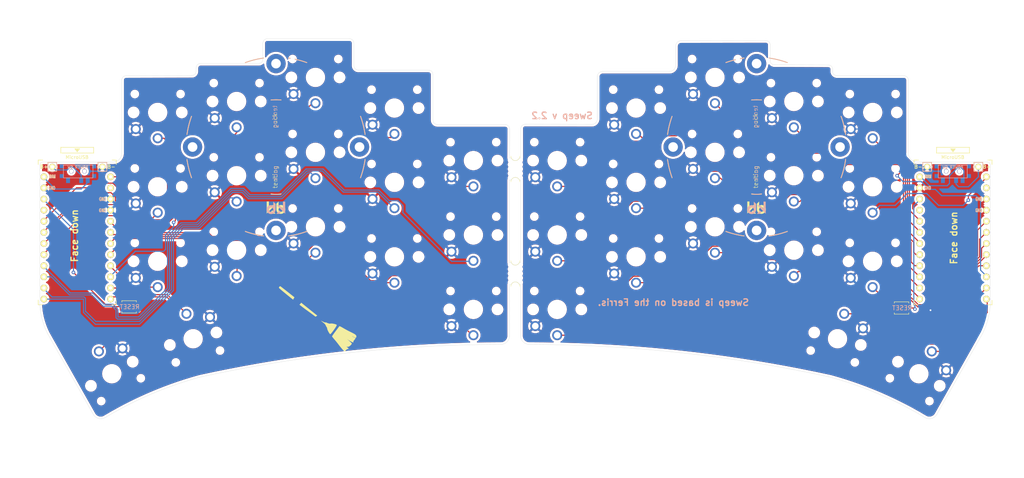
<source format=kicad_pcb>
(kicad_pcb (version 20211014) (generator pcbnew)
  (layers (0 "F.Cu" signal) (31 "B.Cu" signal) (34 "B.Paste" user) (35 "F.Paste" user) (36 "B.SilkS" user "B.Silkscreen") (37 "F.SilkS" user "F.Silkscreen") (38 "B.Mask" user) (39 "F.Mask" user) (44 "Edge.Cuts" user))
  (net 0 "")
  (net 1 "BT+")
  (net 2 "gnd")
  (net 3 "vcc")
  (net 4 "Switch18")
  (net 5 "reset")
  (net 6 "Switch1")
  (net 7 "Switch2")
  (net 8 "Switch3")
  (net 9 "Switch4")
  (net 10 "Switch5")
  (net 11 "Switch6")
  (net 12 "Switch7")
  (net 13 "Switch8")
  (net 14 "Switch9")
  (net 15 "Switch10")
  (net 16 "Switch11")
  (net 17 "Switch12")
  (net 18 "Switch13")
  (net 19 "Switch14")
  (net 20 "Switch15")
  (net 21 "Switch16")
  (net 22 "Switch17")
  (net 23 "Net-(SW_POWER1-Pad1)")
  (net 24 "raw")
  (net 25 "BT+_r")
  (net 26 "Switch18_r")
  (net 27 "reset_r")
  (net 28 "Switch9_r")
  (net 29 "Switch10_r")
  (net 30 "Switch11_r")
  (net 31 "Switch12_r")
  (net 32 "Switch13_r")
  (net 33 "Switch14_r")
  (net 34 "Switch15_r")
  (net 35 "Switch16_r")
  (net 36 "Switch17_r")
  (net 37 "Switch1_r")
  (net 38 "Switch2_r")
  (net 39 "Switch3_r")
  (net 40 "Switch4_r")
  (net 41 "Switch5_r")
  (net 42 "Switch6_r")
  (net 43 "Switch7_r")
  (net 44 "Switch8_r")
  (net 45 "Net-(SW_POWERR1-Pad1)")
  (footprint "kbd:ProMicro_v3_min" (layer "F.Cu") (at 230.178 67.564)
    (fp_text reference "U1" hide)
    (fp_text value "ProMicro-kbd" hide)
  )
  (footprint "* duckyb-collection:choc-v1-with-millmax" (layer "F.Cu") (at 175.856 64.516)
    (fp_text reference "SW16" hide)
    (fp_text value "SW_Push" hide)
  )
  (footprint "* duckyb-collection:choc-v1-with-millmax" (layer "F.Cu") (at 222.386 98.082 150)
    (fp_text reference "SW20" hide)
    (fp_text value "SW_Push" hide)
  )
  (footprint "* duckyb-collection:choc-v1-with-millmax" (layer "F.Cu") (at 157.856 71.374)
    (fp_text reference "SW15" hide)
    (fp_text value "SW_Push" hide)
  )
  (footprint "* duckyb-collection:choc-v1-with-millmax" (layer "F.Cu") (at 203.826 90.082 165)
    (fp_text reference "SW21" hide)
    (fp_text value "SW_Push" hide)
  )
  (footprint "* duckyb-collection:choc-v1-with-millmax" (layer "F.Cu") (at 193.856 69.85)
    (fp_text reference "SW17" hide)
    (fp_text value "SW_Push" hide)
  )
  (footprint "* duckyb-collection:choc-v1-with-millmax" (layer "F.Cu") (at 211.836 72.39)
    (fp_text reference "SW18" hide)
    (fp_text value "SW_Push" hide)
  )
  (footprint "* duckyb-collection:choc-v1-with-millmax" (layer "F.Cu") (at 175.856 30.382)
    (fp_text reference "SW4" hide)
    (fp_text value "SW_Push" hide)
  )
  (footprint "* duckyb-collection:choc-v1-with-millmax" (layer "F.Cu") (at 157.856 37.382)
    (fp_text reference "SW3" hide)
    (fp_text value "SW_Push" hide)
  )
  (footprint "* duckyb-collection:choc-v1-with-millmax" (layer "F.Cu") (at 157.856 54.356)
    (fp_text reference "SW9" hide)
    (fp_text value "SW_Push" hide)
  )
  (footprint "* duckyb-collection:choc-v1-with-millmax" (layer "F.Cu") (at 139.856 83.382)
    (fp_text reference "SW14" hide)
    (fp_text value "SW_Push" hide)
  )
  (footprint "* duckyb-collection:choc-v1-with-millmax" (layer "F.Cu") (at 211.836 55.372)
    (fp_text reference "SW12" hide)
    (fp_text value "SW_Push" hide)
  )
  (footprint "* duckyb-collection:choc-v1-with-millmax" (layer "F.Cu") (at 193.856 52.832)
    (fp_text reference "SW11" hide)
    (fp_text value "SW_Push" hide)
  )
  (footprint "* duckyb-collection:choc-v1-with-millmax" (layer "F.Cu") (at 139.856 66.382)
    (fp_text reference "SW8" hide)
    (fp_text value "SW_Push" hide)
  )
  (footprint "* duckyb-collection:choc-v1-with-millmax" (layer "F.Cu") (at 211.856 38.382)
    (fp_text reference "SW6" hide)
    (fp_text value "SW_Push" hide)
  )
  (footprint "* duckyb-collection:choc-v1-with-millmax" (layer "F.Cu") (at 193.856 35.882)
    (fp_text reference "SW5" hide)
    (fp_text value "SW_Push" hide)
  )
  (footprint "* duckyb-collection:choc-v1-with-millmax" (layer "F.Cu") (at 139.856 49.382)
    (fp_text reference "SW2" hide)
    (fp_text value "SW_Push" hide)
  )
  (footprint "Duckyb-Parts:mouse-bite-5mm-slot-with-space-for-track" (layer "F.Cu") (at 130.302 51.308)
    (fp_text reference "mouse-bite-2mm-slot" hide)
    (fp_text value "VAL**" hide)
  )
  (footprint "Duckyb-Parts:mouse-bite-5mm-slot-with-space-for-track" (layer "F.Cu") (at 130.302 75.184)
    (fp_text reference "mouse-bite-2mm-slot" hide)
    (fp_text value "VAL**" hide)
  )
  (footprint "kbd:SW_SPST_B3U-1000P" (layer "F.Cu") (at 218.44 83.058)
    (fp_text reference "RSW1" hide)
    (fp_text value "SW_Push")
  )
  (footprint "* duckyb-collection:choc-v1-with-millmax" (layer "F.Cu") (at 175.856 47.498)
    (fp_text reference "SW10" hide)
    (fp_text value "SW_Push" hide)
  )
  (footprint "kbd:Tenting_Puck2" (layer "F.Cu") (at 185.356 46.282)
    (fp_text reference "REF**")
    (fp_text value "Tenting Puck")
  )
  (footprint "kbd:1pin_conn" (layer "F.Cu") (at 235.966 50.8)
    (fp_text reference "B+")
    (fp_text value "MountingHole_Pad" hide)
  )
  (footprint "kbd:1pin_conn" (layer "F.Cu") (at 224.282 50.8)
    (fp_text reference "B-")
    (fp_text value "MountingHole_Pad" hide)
  )
  (footprint "kbd:ProMicro_v3_min" (layer "F.Cu") (at 30.326 67.564)
    (fp_text reference "U2" hide)
    (fp_text value "ProMicro-kbd" hide)
  )
  (footprint "* duckyb-collection:choc-v1-with-millmax" (layer "F.Cu") (at 48.686 72.39)
    (fp_text reference "SW17_r1" hide)
    (fp_text value "SW_Push" hide)
  )
  (footprint "* duckyb-collection:choc-v1-with-millmax" (layer "F.Cu") (at 66.7 52.832)
    (fp_text reference "SW11_r1" hide)
    (fp_text value "SW_Push" hide)
  )
  (footprint "* duckyb-collection:choc-v1-with-millmax" (layer "F.Cu") (at 84.688 64.516)
    (fp_text reference "SW15_r1" hide)
    (fp_text value "SW_Push" hide)
  )
  (footprint "* duckyb-collection:choc-v1-with-millmax" (layer "F.Cu") (at 102.714 71.374)
    (fp_text reference "SW18_r1" hide)
    (fp_text value "SW_Push" hide)
  )
  (footprint "* duckyb-collection:choc-v1-with-millmax" (layer "F.Cu") (at 48.686 38.382)
    (fp_text reference "SW6_r1" hide)
    (fp_text value "SW_Push" hide)
  )
  (footprint "* duckyb-collection:choc-v1-with-millmax" (layer "F.Cu") (at 66.7 35.882)
    (fp_text reference "SW5_r1" hide)
    (fp_text value "SW_Push" hide)
  )
  (footprint "* duckyb-collection:choc-v1-with-millmax" (layer "F.Cu") (at 120.732 49.382)
    (fp_text reference "SW2_r1" hide)
    (fp_text value "SW_Push" hide)
  )
  (footprint "* duckyb-collection:choc-v1-with-millmax" (layer "F.Cu") (at 66.7 69.85)
    (fp_text reference "SW16_r1" hide)
    (fp_text value "SW_Push" hide)
  )
  (footprint "* duckyb-collection:choc-v1-with-millmax" (layer "F.Cu") (at 84.688 30.382)
    (fp_text reference "SW4_r1" hide)
    (fp_text value "SW_Push" hide)
  )
  (footprint "* duckyb-collection:choc-v1-with-millmax" (layer "F.Cu") (at 120.732 83.382)
    (fp_text reference "SW13_r1" hide)
    (fp_text value "SW_Push" hide)
  )
  (footprint "* duckyb-collection:choc-v1-with-millmax" (layer "F.Cu") (at 48.686 55.372)
    (fp_text reference "SW12_r1" hide)
    (fp_text value "SW_Push" hide)
  )
  (footprint "* duckyb-collection:choc-v1-with-millmax" (layer "F.Cu") (at 102.714 37.382)
    (fp_text reference "SW3_r1" hide)
    (fp_text value "SW_Push" hide)
  )
  (footprint "* duckyb-collection:choc-v1-with-millmax" (layer "F.Cu") (at 102.714 54.356)
    (fp_text reference "SW8_r1" hide)
    (fp_text value "SW_Push" hide)
  )
  (footprint "* duckyb-collection:choc-v1-with-millmax" (layer "F.Cu") (at 56.778 90.082 -165)
    (fp_text reference "SW21_r1" hide)
    (fp_text value "SW_Push" hide)
  )
  (footprint "Kailh:ferris_broom" (layer "F.Cu") (at 84.074 85.344 7)
    (fp_text reference "G***" hide)
    (fp_text value "LOGO" hide)
  )
  (footprint "* duckyb-collection:choc-v1-with-millmax" (layer "F.Cu") (at 84.688 47.498)
    (fp_text reference "SW9_r1" hide)
    (fp_text value "SW_Push" hide)
  )
  (footprint "* duckyb-collection:choc-v1-with-millmax" (layer "F.Cu") (at 38.218 98.082 -150)
    (fp_text reference "SW20_r1" hide)
    (fp_text value "SW_Push" hide)
  )
  (footprint "* duckyb-collection:choc-v1-with-millmax" (layer "F.Cu") (at 120.732 66.382)
    (fp_text reference "SW7_r1" hide)
    (fp_text value "SW_Push" hide)
  )
  (footprint "kbd:Tenting_Puck2" (layer "F.Cu") (at 75.692 46.282)
    (fp_text reference "REF**")
    (fp_text value "Tenting Puck")
  )
  (footprint "kbd:1pin_conn" (layer "F.Cu") (at 36.068 50.8)
    (fp_text reference "B-")
    (fp_text value "MountingHole_Pad" hide)
  )
  (footprint "kbd:1pin_conn" (layer "F.Cu") (at 24.638 50.8)
    (fp_text reference "B+")
    (fp_text value "MountingHole_Pad" hide)
  )
  (footprint "kbd:SW_SPST_B3U-1000P" (layer "F.Cu") (at 42.164 82.804)
    (fp_text reference "RSW2" hide)
    (fp_text value "SW_Push")
  )
  (footprint "Kailh:SPDT_C128955" (layer "B.Cu") (at 230.124 51.816 180)
    (fp_text reference "POWER SW")
    (fp_text value "SW_SPDT")
  )
  (footprint "Kailh:SPDT_C128955" (layer "B.Cu") (at 30.48 51.816 180)
    (fp_text reference "POWER SW")
    (fp_text value "SW_SPDT")
  )
  (gr_rect (start 27.178 50.419) (end 33.909 53.34) (layer "B.SilkS") (width 0.12) (fill none))
  (gr_rect (start 226.822 50.419) (end 233.426 53.34) (layer "B.SilkS") (width 0.12) (fill none))
  (gr_line (start 131.5085 77.724) (end 131.506254 89.547024) (layer "Edge.Cuts") (width 0.05))
  (gr_line (start 219.998001 47.763999) (end 220 31) (layer "Edge.Cuts") (width 0.05))
  (gr_arc (start 226.446 107.451265) (mid 225.204995 108.32098) (end 223.714 108.05) (layer "Edge.Cuts") (width 0.05))
  (gr_arc (start 222.033002 49.694917) (mid 220.620534 49.145716) (end 219.998001 47.763999) (layer "Edge.Cuts") (width 0.05))
  (gr_arc (start 237.938 49.692) (mid 238.46833 49.91167) (end 238.688 50.442) (layer "Edge.Cuts") (width 0.05))
  (gr_arc (start 133.544 91.383119) (mid 132.156573 90.874102) (end 131.506254 89.547024) (layer "Edge.Cuts") (width 0.05))
  (gr_arc (start 202.185134 98.863946) (mid 213.262488 102.723597) (end 223.714 108.05) (layer "Edge.Cuts") (width 0.05))
  (gr_line (start 222.033002 49.694917) (end 237.938 49.692) (layer "Edge.Cuts") (width 0.05))
  (gr_arc (start 133.544 91.383119) (mid 168.064442 93.289554) (end 202.185134 98.863946) (layer "Edge.Cuts") (width 0.05))
  (gr_line (start 238.688 58.42) (end 238.688 66.548) (layer "Edge.Cuts") (width 0.05))
  (gr_line (start 236.953304 88.85815) (end 226.446 107.451265) (layer "Edge.Cuts") (width 0.05))
  (gr_arc (start 238.7 81.534) (mid 238.242913 85.295347) (end 236.953304 88.85815) (layer "Edge.Cuts") (width 0.05))
  (gr_line (start 238.688 50.442) (end 238.688 58.42) (layer "Edge.Cuts") (width 0.05))
  (gr_line (start 131.57265 42.013084) (end 131.572 48.768) (layer "Edge.Cuts") (width 0.05))
  (gr_line (start 129.3495 48.768) (end 128.96 48.768) (layer "Edge.Cuts") (width 0.05))
  (gr_line (start 238.688 66.548) (end 238.688 75.438) (layer "Edge.Cuts") (width 0.05))
  (gr_line (start 238.688 75.438) (end 238.7 81.534) (layer "Edge.Cuts") (width 0.05))
  (gr_line (start 129.3495 72.644) (end 128.96 72.644) (layer "Edge.Cuts") (width 0.05))
  (gr_line (start 129.3495 53.848) (end 128.96 53.848) (layer "Edge.Cuts") (width 0.05))
  (gr_line (start 129.3495 77.724) (end 128.96 77.724) (layer "Edge.Cuts") (width 0.05))
  (gr_line (start 131.572 53.848) (end 131.572 72.644) (layer "Edge.Cuts") (width 0.05))
  (gr_line (start 21.792 50.442) (end 21.792 58.42) (layer "Edge.Cuts") (width 0.05))
  (gr_line (start 128.96 77.724) (end 128.975507 89.545022) (layer "Edge.Cuts") (width 0.05))
  (gr_arc (start 128.975507 89.545022) (mid 128.324689 90.873432) (end 126.936 91.383119) (layer "Edge.Cuts") (width 0.05))
  (gr_line (start 40.481999 47.763999) (end 40.481955 31) (layer "Edge.Cuts") (width 0.05))
  (gr_line (start 21.792 66.548) (end 21.792 73.914) (layer "Edge.Cuts") (width 0.05))
  (gr_line (start 23.526696 88.85815) (end 34.034 107.451265) (layer "Edge.Cuts") (width 0.05))
  (gr_arc (start 40.481999 47.763999) (mid 39.859467 49.145716) (end 38.446998 49.694917) (layer "Edge.Cuts") (width 0.05))
  (gr_arc (start 58.294866 98.863946) (mid 92.415558 93.289555) (end 126.936 91.383119) (layer "Edge.Cuts") (width 0.05))
  (gr_arc (start 23.526696 88.85815) (mid 22.237087 85.295347) (end 21.78 81.534) (layer "Edge.Cuts") (width 0.05))
  (gr_arc (start 21.792 50.442) (mid 22.01167 49.91167) (end 22.542 49.692) (layer "Edge.Cuts") (width 0.05))
  (gr_line (start 38.446998 49.694917) (end 22.542 49.692) (layer "Edge.Cuts") (width 0.05))
  (gr_line (start 21.792 58.42) (end 21.792 66.548) (layer "Edge.Cuts") (width 0.05))
  (gr_arc (start 36.766 108.05) (mid 35.275005 108.32098) (end 34.034 107.451265) (layer "Edge.Cuts") (width 0.05))
  (gr_arc (start 36.766 108.05) (mid 47.217512 102.723597) (end 58.294866 98.863946) (layer "Edge.Cuts") (width 0.05))
  (gr_line (start 21.792 73.914) (end 21.78 81.534) (layer "Edge.Cuts") (width 0.05))
  (gr_line (start 128.96 53.848) (end 128.96 72.644) (layer "Edge.Cuts") (width 0.05))
  (gr_line (start 129.00875 42.164054) (end 128.96 48.768) (layer "Edge.Cuts") (width 0.05))
  (gr_line (start 111.506 40.132) (end 111.506 29.718) (layer "Edge.Cuts") (width 0.05))
  (gr_arc (start 201.75 27.542893) (mid 202.426777 27.823223) (end 202.707107 28.5) (layer "Edge.Cuts") (width 0.05))
  (gr_arc (start 40.481955 31) (mid 40.780133 30.280133) (end 41.5 29.981955) (layer "Edge.Cuts") (width 0.05))
  (gr_arc (start 92.456 21.54642) (mid 93.17442 21.844) (end 93.472 22.56242) (layer "Edge.Cuts") (width 0.05))
  (gr_line (start 201.75 27.542893) (end 189.457107 27.5) (layer "Edge.Cuts") (width 0.05))
  (gr_arc (start 72.69242 22.56242) (mid 72.99 21.844) (end 73.70842 21.54642) (layer "Edge.Cuts") (width 0.05))
  (gr_arc (start 149 39.866117) (mid 148.633883 40.75) (end 147.75 41.116117) (layer "Edge.Cuts") (width 0.05))
  (gr_line (start 188.457107 26.5) (end 188.453336 22.92411) (layer "Edge.Cuts") (width 0.05))
  (gr_arc (start 149 30.25) (mid 149.366117 29.366117) (end 150.25 29) (layer "Edge.Cuts") (width 0.05))
  (gr_arc (start 131.57265 42.013084) (mid 131.840282 41.361356) (end 132.488701 41.085803) (layer "Edge.Cuts") (width 0.05))
  (gr_line (start 219 30) (end 203.707107 30) (layer "Edge.Cuts") (width 0.05))
  (gr_line (start 131.572 48.768) (end 131.2545 48.768) (layer "Edge.Cuts") (width 0.05))
  (gr_arc (start 57.440242 28.247822) (mid 57.75 27.5) (end 58.497822 27.190242) (layer "Edge.Cuts") (width 0.05))
  (gr_arc (start 112.522 41.148) (mid 111.80358 40.85042) (end 111.506 40.132) (layer "Edge.Cuts") (width 0.05))
  (gr_arc (start 187.5 21.970774) (mid 188.17411 22.25) (end 188.453336 22.92411) (layer "Edge.Cuts") (width 0.05))
  (gr_line (start 92.456 21.54642) (end 73.70842 21.54642) (layer "Edge.Cuts") (width 0.05))
  (gr_line (start 110.49 28.702) (end 94.488 28.702) (layer "Edge.Cuts") (width 0.05))
  (gr_arc (start 131.254499 72.644) (mid 130.302 73.288873) (end 129.349501 72.643999) (layer "Edge.Cuts") (width 0.05))
  (gr_line (start 131.572 53.848) (end 131.2545 53.848) (layer "Edge.Cuts") (width 0.05))
  (gr_line (start 165.5 29) (end 150.25 29) (layer "Edge.Cuts") (width 0.05))
  (gr_arc (start 219 30) (mid 219.707107 30.292893) (end 220 31) (layer "Edge.Cuts") (width 0.05))
  (gr_arc (start 129.349501 77.724) (mid 130.302 77.079127) (end 131.254499 77.724001) (layer "Edge.Cuts") (width 0.05))
  (gr_line (start 56.5 29.940242) (end 41.5 29.981955) (layer "Edge.Cuts") (width 0.05))
  (gr_line (start 57.440242 28.247822) (end 57.440242 29) (layer "Edge.Cuts") (width 0.05))
  (gr_arc (start 189.457107 27.5) (mid 188.75 27.207107) (end 188.457107 26.5) (layer "Edge.Cuts") (width 0.05))
  (gr_line (start 166.883883 23.25) (end 166.882164 27.617836) (layer "Edge.Cuts") (width 0.05))
  (gr_arc (start 94.488 28.702) (mid 93.76958 28.40442) (end 93.472 27.686) (layer "Edge.Cuts") (width 0.05))
  (gr_line (start 202.707107 29) (end 202.707107 28.5) (layer "Edge.Cuts") (width 0.05))
  (gr_line (start 147.75 41.116117) (end 132.488701 41.085803) (layer "Edge.Cuts") (width 0.05))
  (gr_line (start 93.472 27.686) (end 93.472 22.56242) (layer "Edge.Cuts") (width 0.05))
  (gr_line (start 149 30.25) (end 149 39.866117) (layer "Edge.Cuts") (width 0.05))
  (gr_arc (start 110.49 28.702) (mid 111.20842 28.99958) (end 111.506 29.718) (layer "Edge.Cuts") (width 0.05))
  (gr_line (start 128.016 41.148) (end 112.522 41.148) (layer "Edge.Cuts") (width 0.05))
  (gr_arc (start 203.707107 30) (mid 203 29.707107) (end 202.707107 29) (layer "Edge.Cuts") (width 0.05))
  (gr_arc (start 72.69242 26.25) (mid 72.416392 26.916392) (end 71.75 27.19242) (layer "Edge.Cuts") (width 0.05))
  (gr_line (start 72.69242 22.56242) (end 72.69242 26.25) (layer "Edge.Cuts") (width 0.05))
  (gr_arc (start 166.883883 23.25) (mid 167.25 22.366117) (end 168.133883 22) (layer "Edge.Cuts") (width 0.05))
  (gr_arc (start 166.882164 27.617836) (mid 166.477338 28.595174) (end 165.5 29) (layer "Edge.Cuts") (width 0.05))
  (gr_line (start 131.572 72.644) (end 131.2545 72.644) (layer "Edge.Cuts") (width 0.05))
  (gr_arc (start 57.440242 29) (mid 57.164851 29.664851) (end 56.5 29.940242) (layer "Edge.Cuts") (width 0.05))
  (gr_arc (start 131.254499 48.768) (mid 130.302 49.412873) (end 129.349501 48.767999) (layer "Edge.Cuts") (width 0.05))
  (gr_line (start 131.5085 77.724) (end 131.2545 77.724) (layer "Edge.Cuts") (width 0.05))
  (gr_arc (start 129.349501 53.848) (mid 130.302 53.203127) (end 131.254499 53.848001) (layer "Edge.Cuts") (width 0.05))
  (gr_line (start 187.5 21.970774) (end 168.133883 22) (layer "Edge.Cuts") (width 0.05))
  (gr_arc (start 128.016 41.148001) (mid 128.716307 41.456772) (end 129.00875 42.164054) (layer "Edge.Cuts") (width 0.05))
  (gr_line (start 71.75 27.19242) (end 58.497822 27.190242) (layer "Edge.Cuts") (width 0.05))
  (gr_text "Sweep v 2.2" (at 140.97 39.116) (layer "B.SilkS") (effects (font (size 1.5 1.5) (thickness 0.3)) (justify mirror)))
  (gr_text "Sweep is based on the Ferris." (at 166.37 81.788) (layer "B.SilkS") (effects (font (size 1.5 1.5) (thickness 0.3)) (justify mirror)))
  (gr_text "Face down" (at 230.378 67.056 90) (layer "F.SilkS") (effects (font (size 1.5 1.5) (thickness 0.3))))
  (gr_text "Face down" (at 29.718 66.548 90) (layer "F.SilkS") (effects (font (size 1.5 1.5) (thickness 0.3))))
  (segment (start 25.360999 51.522999) (end 28.051999 51.522999) (width 0.25) (layer "B.Cu") (net 1))
  (segment (start 24.638 50.8) (end 25.360999 51.522999) (width 0.25) (layer "B.Cu") (net 1))
  (segment (start 29.046501 50.890501) (end 29.373499 50.890501) (width 0.25) (layer "B.Cu") (net 1))
  (segment (start 28.738499 50.836499) (end 28.992499 50.836499) (width 0.25) (layer "B.Cu") (net 1))
  (segment (start 31.23 52.747002) (end 31.23 53.891) (width 0.25) (layer "B.Cu") (net 1))
  (segment (start 28.051999 51.522999) (end 28.738499 50.836499) (width 0.25) (layer "B.Cu") (net 1))
  (segment (start 29.373499 50.890501) (end 31.23 52.747002) (width 0.25) (layer "B.Cu") (net 1))
  (segment (start 28.992499 50.836499) (end 29.046501 50.890501) (width 0.25) (layer "B.Cu") (net 1))
  (segment (start 224.8576 85.65317) (end 225.174 85.33677) (width 0.25) (layer "F.Cu") (net 2))
  (segment (start 225.174 85.33677) (end 225.174 83.552) (width 0.25) (layer "F.Cu") (net 2))
  (segment (start 216.74 83.058) (end 216.74 84.758) (width 0.25) (layer "F.Cu") (net 2))
  (segment (start 216.74 85.54477) (end 216.8484 85.65317) (width 0.25) (layer "F.Cu") (net 2))
  (segment (start 216.8484 85.65317) (end 224.8576 85.65317) (width 0.25) (layer "F.Cu") (net 2))
  (segment (start 216.74 84.758) (end 216.74 85.54477) (width 0.25) (layer "F.Cu") (net 2))
  (segment (start 40.40601 82.74601) (end 40.464 82.804) (width 0.25) (layer "F.Cu") (net 2))
  (segment (start 34.076 83.552) (end 37.80201 83.552) (width 0.25) (layer "F.Cu") (net 2))
  (segment (start 37.80201 83.552) (end 38.608 82.74601) (width 0.25) (layer "F.Cu") (net 2))
  (segment (start 38.608 82.74601) (end 40.40601 82.74601) (width 0.25) (layer "F.Cu") (net 2))
  (via (at 225.044 83.566) (size 0.8) (drill 0.4) (layers "F.Cu" "B.Cu") (net 2))
  (segment (start 213.159159 42.182) (end 206.856 42.182) (width 0.25) (layer "B.Cu") (net 2))
  (segment (start 221.777159 50.8) (end 213.159159 42.182) (width 0.25) (layer "B.Cu") (net 2))
  (segment (start 224.282 50.8) (end 221.777159 50.8) (width 0.25) (layer "B.Cu") (net 2))
  (segment (start 220.14 83.058) (end 221.234 83.058) (width 0.25) (layer "F.Cu") (net 5))
  (segment (start 221.234 83.058) (end 221.488 83.312) (width 0.25) (layer "F.Cu") (net 5))
  (via (at 221.488 83.312) (size 0.8) (drill 0.4) (layers "F.Cu" "B.Cu") (net 5))
  (segment (start 221.488 82.55) (end 221.234 82.296) (width 0.25) (layer "B.Cu") (net 5))
  (segment (start 221.488 83.312) (end 221.488 82.55) (width 0.25) (layer "B.Cu") (net 5))
  (segment (start 221.234 59.7014) (end 221.234 82.296) (width 0.25) (layer "B.Cu") (net 5))
  (segment (start 222.7694 58.166) (end 221.234 59.7014) (width 0.25) (layer "B.Cu") (net 5))
  (segment (start 217.678 50.292) (end 218.41796 51.03196) (width 0.25) (layer "F.Cu") (net 6))
  (segment (start 155.956 44.958) (end 162.814 44.958) (width 0.25) (layer "F.Cu") (net 6))
  (segment (start 205.994 50.292) (end 217.678 50.292) (width 0.25) (layer "F.Cu") (net 6))
  (segment (start 218.41796 51.03196) (end 218.41796 51.83804) (width 0.25) (layer "F.Cu") (net 6))
  (segment (start 199.84001 47.69401) (end 202.946 50.8) (width 0.25) (layer "F.Cu") (net 6))
  (segment (start 167.057719 43.732009) (end 169.641728 41.148) (width 0.25) (layer "F.Cu") (net 6))
  (segment (start 164.03999 43.73201) (end 167.057719 43.732009) (width 0.25) (layer "F.Cu") (net 6))
  (segment (start 162.814 44.958) (end 164.03999 43.73201) (width 0.25) (layer "F.Cu") (net 6))
  (segment (start 183.38518 41.148) (end 188.6032 46.36602) (width 0.25) (layer "F.Cu") (net 6))
  (segment (start 202.946 50.8) (end 205.486 50.8) (width 0.25) (layer "F.Cu") (net 6))
  (segment (start 196.53079 46.36602) (end 197.85878 47.69401) (width 0.25) (layer "F.Cu") (net 6))
  (segment (start 197.85878 47.69401) (end 199.84001 47.69401) (width 0.25) (layer "F.Cu") (net 6))
  (segment (start 188.6032 46.36602) (end 196.53079 46.36602) (width 0.25) (layer "F.Cu") (net 6))
  (segment (start 218.41796 51.83804) (end 217.424 52.832) (width 0.25) (layer "F.Cu") (net 6))
  (segment (start 205.486 50.8) (end 205.994 50.292) (width 0.25) (layer "F.Cu") (net 6))
  (segment (start 169.641728 41.148) (end 183.38518 41.148) (width 0.25) (layer "F.Cu") (net 6))
  (segment (start 139.856 55.282) (end 145.632 55.282) (width 0.25) (layer "F.Cu") (net 6))
  (segment (start 145.632 55.282) (end 155.956 44.958) (width 0.25) (layer "F.Cu") (net 6))
  (via (at 217.424 52.832) (size 0.8) (drill 0.4) (layers "F.Cu" "B.Cu") (net 6))
  (segment (start 237.9894 75.946) (end 236.4697 74.4263) (width 0.25) (layer "B.Cu") (net 6))
  (segment (start 236.4697 58.4243) (end 235.4451 57.3997) (width 0.25) (layer "B.Cu") (net 6))
  (segment (start 236.4697 74.4263) (end 236.4697 58.4243) (width 0.25) (layer "B.Cu") (net 6))
  (segment (start 224.711081 55.958919) (end 222.925163 54.173001) (width 0.25) (layer "B.Cu") (net 6))
  (segment (start 218.765001 54.173001) (end 217.424 52.832) (width 0.25) (layer "B.Cu") (net 6))
  (segment (start 235.4451 57.3997) (end 227.5797 57.3997) (width 0.25) (layer "B.Cu") (net 6))
  (segment (start 227.5797 57.3997) (end 226.138919 55.958919) (width 0.25) (layer "B.Cu") (net 6))
  (segment (start 226.138919 55.958919) (end 224.711081 55.958919) (width 0.25) (layer "B.Cu") (net 6))
  (segment (start 222.925163 54.173001) (end 218.765001 54.173001) (width 0.25) (layer "B.Cu") (net 6))
  (segment (start 203.07441 50.292) (end 205.35759 50.292) (width 0.25) (layer "F.Cu") (net 7))
  (segment (start 205.933189 49.716401) (end 218.243991 49.716401) (width 0.25) (layer "F.Cu") (net 7))
  (segment (start 218.86797 50.34038) (end 218.86797 65.70597) (width 0.25) (layer "F.Cu") (net 7))
  (segment (start 200.026411 47.244001) (end 203.07441 50.292) (width 0.25) (layer "F.Cu") (net 7))
  (segment (start 159.234991 44.172991) (end 162.962599 44.172991) (width 0.25) (layer "F.Cu") (net 7))
  (segment (start 163.853591 43.282001) (end 166.871317 43.282001) (width 0.25) (layer "F.Cu") (net 7))
  (segment (start 157.856 43.282) (end 158.344 43.282) (width 0.25) (layer "F.Cu") (net 7))
  (segment (start 169.513318 40.64) (end 183.51359 40.64) (width 0.25) (layer "F.Cu") (net 7))
  (segment (start 205.35759 50.292) (end 205.933189 49.716401) (width 0.25) (layer "F.Cu") (net 7))
  (segment (start 166.871317 43.282001) (end 169.513318 40.64) (width 0.25) (layer "F.Cu") (net 7))
  (segment (start 162.962599 44.172991) (end 163.853591 43.282001) (width 0.25) (layer "F.Cu") (net 7))
  (segment (start 158.344 43.282) (end 159.234991 44.172991) (width 0.25) (layer "F.Cu") (net 7))
  (segment (start 218.243991 49.716401) (end 218.86797 50.34038) (width 0.25) (layer "F.Cu") (net 7))
  (segment (start 221.234 70.358) (end 221.742 70.866) (width 0.25) (layer "F.Cu") (net 7))
  (segment (start 218.86797 65.70597) (end 221.234 68.072) (width 0.25) (layer "F.Cu") (net 7))
  (segment (start 221.234 68.072) (end 221.234 70.358) (width 0.25) (layer "F.Cu") (net 7))
  (segment (start 221.742 70.866) (end 222.5694 70.866) (width 0.25) (layer "F.Cu") (net 7))
  (segment (start 198.55318 47.244) (end 200.026411 47.244001) (width 0.25) (layer "F.Cu") (net 7))
  (segment (start 198.46359 47.15441) (end 198.55318 47.244) (width 0.25) (layer "F.Cu") (net 7))
  (segment (start 196.71719 45.91601) (end 197.95559 47.15441) (width 0.25) (layer "F.Cu") (net 7))
  (segment (start 183.51359 40.64) (end 188.7896 45.91601) (width 0.25) (layer "F.Cu") (net 7))
  (segment (start 188.7896 45.91601) (end 196.71719 45.91601) (width 0.25) (layer "F.Cu") (net 7))
  (segment (start 197.95559 47.15441) (end 198.46359 47.15441) (width 0.25) (layer "F.Cu") (net 7))
  (segment (start 219.31798 64.87458) (end 222.7694 68.326) (width 0.25) (layer "F.Cu") (net 8))
  (segment (start 188.976 45.466) (end 196.90359 45.466) (width 0.25) (layer "F.Cu") (net 8))
  (segment (start 179.76399 40.18999) (end 183.69999 40.18999) (width 0.25) (layer "F.Cu") (net 8))
  (segment (start 198.1156 46.67801) (end 200.20999 46.67801) (width 0.25) (layer "F.Cu") (net 8))
  (segment (start 218.430392 49.266392) (end 219.31798 50.15398) (width 0.25) (layer "F.Cu") (net 8))
  (segment (start 183.69999 40.18999) (end 188.976 45.466) (width 0.25) (layer "F.Cu") (net 8))
  (segment (start 205.17119 49.84199) (end 205.746788 49.266392) (width 0.25) (layer "F.Cu") (net 8))
  (segment (start 219.31798 50.15398) (end 219.31798 64.87458) (width 0.25) (layer "F.Cu") (net 8))
  (segment (start 196.90359 45.466) (end 198.1156 46.67801) (width 0.25) (layer "F.Cu") (net 8))
  (segment (start 175.856 36.282) (end 179.76399 40.18999) (width 0.25) (layer "F.Cu") (net 8))
  (segment (start 205.746788 49.266392) (end 218.430392 49.266392) (width 0.25) (layer "F.Cu") (net 8))
  (segment (start 203.26081 49.84199) (end 205.17119 49.84199) (width 0.25) (layer "F.Cu") (net 8))
  (segment (start 200.20999 46.67801) (end 200.20999 46.79117) (width 0.25) (layer "F.Cu") (net 8))
  (segment (start 200.20999 46.79117) (end 203.26081 49.84199) (width 0.25) (layer "F.Cu") (net 8))
  (segment (start 193.856 41.782) (end 198.302 46.228) (width 0.25) (layer "F.Cu") (net 9))
  (segment (start 219.76799 49.84199) (end 219.76799 62.78459) (width 0.25) (layer "F.Cu") (net 9))
  (segment (start 203.44721 49.39198) (end 204.98479 49.39198) (width 0.25) (layer "F.Cu") (net 9))
  (segment (start 205.560388 48.816382) (end 218.742382 48.816382) (width 0.25) (layer "F.Cu") (net 9))
  (segment (start 218.742382 48.816382) (end 219.76799 49.84199) (width 0.25) (layer "F.Cu") (net 9))
  (segment (start 200.66 46.49161) (end 200.66 46.60477) (width 0.25) (layer "F.Cu") (net 9))
  (segment (start 200.396391 46.228001) (end 200.66 46.49161) (width 0.25) (layer "F.Cu") (net 9))
  (segment (start 204.98479 49.39198) (end 205.560388 48.816382) (width 0.25) (layer "F.Cu") (net 9))
  (segment (start 219.76799 62.78459) (end 222.7694 65.786) (width 0.25) (layer "F.Cu") (net 9))
  (segment (start 198.302 46.228) (end 200.396391 46.228001) (width 0.25) (layer "F.Cu") (net 9))
  (segment (start 200.66 46.60477) (end 203.44721 49.39198) (width 0.25) (layer "F.Cu") (net 9))
  (segment (start 220.218 49.276) (end 220.218 60.6946) (width 0.25) (layer "F.Cu") (net 10))
  (segment (start 211.856 44.282) (end 215.940372 48.366372) (width 0.25) (layer "F.Cu") (net 10))
  (segment (start 215.940372 48.366372) (end 219.308372 48.366372) (width 0.25) (layer "F.Cu") (net 10))
  (segment (start 220.218 60.6946) (end 222.7694 63.246) (width 0.25) (layer "F.Cu") (net 10))
  (segment (start 219.308372 48.366372) (end 220.218 49.276) (width 0.25) (layer "F.Cu") (net 10))
  (segment (start 189.93401 58.98599) (end 192.659 56.261) (width 0.25) (layer "F.Cu") (net 11))
  (segment (start 220.61002 68.08443) (end 220.61002 72.52802) (width 0.25) (layer "F.Cu") (net 11))
  (segment (start 206.363981 65.139981) (end 217.665571 65.139981) (width 0.25) (layer "F.Cu") (net 11))
  (segment (start 157.226 58.674) (end 159.004 58.674) (width 0.25) (layer "F.Cu") (net 11))
  (segment (start 197.485 56.261) (end 206.363981 65.139981) (width 0.25) (layer "F.Cu") (net 11))
  (segment (start 166.12701 59.80599) (end 174.625 51.308) (width 0.25) (layer "F.Cu") (net 11))
  (segment (start 180.097546 54.621546) (end 180.097546 56.399546) (width 0.25) (layer "F.Cu") (net 11))
  (segment (start 159.004 58.674) (end 160.13599 59.80599) (width 0.25) (layer "F.Cu") (net 11))
  (segment (start 160.13599 59.80599) (end 166.12701 59.80599) (width 0.25) (layer "F.Cu") (net 11))
  (segment (start 176.784 51.308) (end 180.097546 54.621546) (width 0.25) (layer "F.Cu") (net 11))
  (segment (start 174.625 51.308) (end 176.784 51.308) (width 0.25) (layer "F.Cu") (net 11))
  (segment (start 180.097546 56.399546) (end 182.68399 58.98599) (width 0.25) (layer "F.Cu") (net 11))
  (segment (start 143.618 72.282) (end 157.226 58.674) (width 0.25) (layer "F.Cu") (net 11))
  (segment (start 217.665571 65.139981) (end 220.61002 68.08443) (width 0.25) (layer "F.Cu") (net 11))
  (segment (start 192.659 56.261) (end 197.485 56.261) (width 0.25) (layer "F.Cu") (net 11))
  (segment (start 220.61002 72.52802) (end 221.488 73.406) (width 0.25) (layer "F.Cu") (net 11))
  (segment (start 221.488 73.406) (end 222.5694 73.406) (width 0.25) (layer "F.Cu") (net 11))
  (segment (start 139.856 72.282) (end 143.618 72.282) (width 0.25) (layer "F.Cu") (net 11))
  (segment (start 182.68399 58.98599) (end 189.93401 58.98599) (width 0.25) (layer "F.Cu") (net 11))
  (segment (start 197.298802 56.71052) (end 206.178273 65.589991) (width 0.25) (layer "F.Cu") (net 12))
  (segment (start 166.312718 60.256) (end 174.752718 51.816) (width 0.25) (layer "F.Cu") (net 12))
  (segment (start 220.16001 68.27083) (end 220.16001 73.53661) (width 0.25) (layer "F.Cu") (net 12))
  (segment (start 179.648026 56.641616) (end 182.44241 59.436) (width 0.25) (layer "F.Cu") (net 12))
  (segment (start 179.648026 54.807744) (end 179.648026 56.641616) (width 0.25) (layer "F.Cu") (net 12))
  (segment (start 176.656282 51.816) (end 179.648026 54.807744) (width 0.25) (layer "F.Cu") (net 12))
  (segment (start 182.44241 59.436) (end 190.119718 59.436) (width 0.25) (layer "F.Cu") (net 12))
  (segment (start 220.16001 73.53661) (end 222.5694 75.946) (width 0.25) (layer "F.Cu") (net 12))
  (segment (start 206.178273 65.589991) (end 217.479171 65.589991) (width 0.25) (layer "F.Cu") (net 12))
  (segment (start 174.752718 51.816) (end 176.656282 51.816) (width 0.25) (layer "F.Cu") (net 12))
  (segment (start 192.845198 56.71052) (end 197.298802 56.71052) (width 0.25) (layer "F.Cu") (net 12))
  (segment (start 157.856 60.256) (end 166.312718 60.256) (width 0.25) (layer "F.Cu") (net 12))
  (segment (start 190.119718 59.436) (end 192.845198 56.71052) (width 0.25) (layer "F.Cu") (net 12))
  (segment (start 217.479171 65.589991) (end 220.16001 68.27083) (width 0.25) (layer "F.Cu") (net 12))
  (segment (start 205.992564 66.04) (end 217.29277 66.04) (width 0.25) (layer "F.Cu") (net 13))
  (segment (start 175.768 53.398) (end 177.116272 53.398) (width 0.25) (layer "F.Cu") (net 13))
  (segment (start 219.644385 68.639975) (end 219.71 68.70559) (width 0.25) (layer "F.Cu") (net 13))
  (segment (start 219.71 75.6266) (end 222.5694 78.486) (width 0.25) (layer "F.Cu") (net 13))
  (segment (start 193.082619 57.16004) (end 197.112604 57.16004) (width 0.25) (layer "F.Cu") (net 13))
  (segment (start 219.71 68.70559) (end 219.71 75.6266) (width 0.25) (layer "F.Cu") (net 13))
  (segment (start 179.12799 55.409718) (end 179.12799 56.75799) (width 0.25) (layer "F.Cu") (net 13))
  (segment (start 190.169658 60.073001) (end 193.082619 57.16004) (width 0.25) (layer "F.Cu") (net 13))
  (segment (start 179.12799 56.75799) (end 182.443001 60.073001) (width 0.25) (layer "F.Cu") (net 13))
  (segment (start 182.443001 60.073001) (end 190.169658 60.073001) (width 0.25) (layer "F.Cu") (net 13))
  (segment (start 177.116272 53.398) (end 179.12799 55.409718) (width 0.25) (layer "F.Cu") (net 13))
  (segment (start 217.29277 66.04) (end 219.644385 68.391615) (width 0.25) (layer "F.Cu") (net 13))
  (segment (start 197.112604 57.16004) (end 205.992564 66.04) (width 0.25) (layer "F.Cu") (net 13))
  (segment (start 219.644385 68.391615) (end 219.644385 68.639975) (width 0.25) (layer "F.Cu") (net 13))
  (segment (start 217.106572 66.48952) (end 219.194865 68.577813) (width 0.25) (layer "F.Cu") (net 14))
  (segment (start 196.129831 57.841009) (end 197.157855 57.841009) (width 0.25) (layer "F.Cu") (net 14))
  (segment (start 195.23884 58.732) (end 196.129831 57.841009) (width 0.25) (layer "F.Cu") (net 14))
  (segment (start 219.202 68.833308) (end 219.202 77.4586) (width 0.25) (layer "F.Cu") (net 14))
  (segment (start 205.806367 66.48952) (end 217.106572 66.48952) (width 0.25) (layer "F.Cu") (net 14))
  (segment (start 197.157855 57.841009) (end 205.806367 66.48952) (width 0.25) (layer "F.Cu") (net 14))
  (segment (start 219.194865 68.826173) (end 219.202 68.833308) (width 0.25) (layer "F.Cu") (net 14))
  (segment (start 193.802 58.732) (end 195.23884 58.732) (width 0.25) (layer "F.Cu") (net 14))
  (segment (start 219.194865 68.577813) (end 219.194865 68.826173) (width 0.25) (layer "F.Cu") (net 14))
  (segment (start 219.202 77.4586) (end 222.7694 81.026) (width 0.25) (layer "F.Cu") (net 14))
  (segment (start 237.9894 53.086) (end 233.68 57.3954) (width 0.25) (layer "F.Cu") (net 15))
  (segment (start 233.68 57.3954) (end 233.68 58.42) (width 0.25) (layer "F.Cu") (net 15))
  (via (at 233.68 58.42) (size 0.8) (drill 0.4) (layers "F.Cu" "B.Cu") (net 15))
  (segment (start 232.481001 59.618999) (end 233.68 58.42) (width 0.25) (layer "B.Cu") (net 15))
  (segment (start 211.836 61.272) (end 213.489001 59.618999) (width 0.25) (layer "B.Cu") (net 15))
  (segment (start 219.71 56.896) (end 224.170002 56.896) (width 0.25) (layer "B.Cu") (net 15))
  (segment (start 216.987001 59.618999) (end 219.71 56.896) (width 0.25) (layer "B.Cu") (net 15))
  (segment (start 226.893001 59.618999) (end 232.481001 59.618999) (width 0.25) (layer "B.Cu") (net 15))
  (segment (start 224.170002 56.896) (end 226.893001 59.618999) (width 0.25) (layer "B.Cu") (net 15))
  (segment (start 213.489001 59.618999) (end 216.987001 59.618999) (width 0.25) (layer "B.Cu") (net 15))
  (segment (start 215.646 79.502) (end 216.916 80.772) (width 0.25) (layer "F.Cu") (net 16))
  (segment (start 175.109908 68.453) (end 184.912 68.453) (width 0.25) (layer "F.Cu") (net 16))
  (segment (start 143.775453 89.282) (end 157.248964 75.808489) (width 0.25) (layer "F.Cu") (net 16))
  (segment (start 206.70903 78.91397) (end 210.439 75.184) (width 0.25) (layer "F.Cu") (net 16))
  (segment (start 222.25 82.296) (end 223.366176 82.296) (width 0.25) (layer "F.Cu") (net 16))
  (segment (start 166.889546 70.854454) (end 172.708454 70.854454) (width 0.25) (layer "F.Cu") (net 16))
  (segment (start 210.439 75.184) (end 213.741 75.184) (width 0.25) (layer "F.Cu") (net 16))
  (segment (start 220.726 80.772) (end 222.25 82.296) (width 0.25) (layer "F.Cu") (net 16))
  (segment (start 216.916 80.772) (end 220.726 80.772) (width 0.25) (layer "F.Cu") (net 16))
  (segment (start 190.5 73.025) (end 202.05982 73.025) (width 0.25) (layer "F.Cu") (net 16))
  (segment (start 202.05982 73.025) (end 203.14201 74.10719) (width 0.25) (layer "F.Cu") (net 16))
  (segment (start 172.708454 70.854454) (end 175.109908 68.453) (width 0.25) (layer "F.Cu") (net 16))
  (segment (start 203.14201 74.10719) (end 203.14201 77.7916) (width 0.25) (layer "F.Cu") (net 16))
  (segment (start 235.802379 71.124571) (end 235.802379 65.233021) (width 0.25) (layer "F.Cu") (net 16))
  (segment (start 161.935511 75.808489) (end 166.889546 70.854454) (width 0.25) (layer "F.Cu") (net 16))
  (segment (start 139.856 89.282) (end 143.775453 89.282) (width 0.25) (layer "F.Cu") (net 16))
  (segment (start 203.14201 77.7916) (end 204.26438 78.91397) (width 0.25) (layer "F.Cu") (net 16))
  (segment (start 215.646 77.089) (end 215.646 79.502) (width 0.25) (layer "F.Cu") (net 16))
  (segment (start 189.484 72.009) (end 190.5 73.025) (width 0.25) (layer "F.Cu") (net 16))
  (segment (start 235.802379 65.233021) (end 237.7894 63.246) (width 0.25) (layer "F.Cu") (net 16))
  (segment (start 213.741 75.184) (end 215.646 77.089) (width 0.25) (layer "F.Cu") (net 16))
  (segment (start 224.636176 81.026) (end 228.21759 81.026) (width 0.25) (layer "F.Cu") (net 16))
  (segment (start 228.21759 78.70936) (end 235.802379 71.124571) (width 0.25) (layer "F.Cu") (net 16))
  (segment (start 188.468 72.009) (end 189.484 72.009) (width 0.25) (layer "F.Cu") (net 16))
  (segment (start 223.366176 82.296) (end 224.636176 81.026) (width 0.25) (layer "F.Cu") (net 16))
  (segment (start 204.26438 78.91397) (end 206.70903 78.91397) (width 0.25) (layer "F.Cu") (net 16))
  (segment (start 228.21759 81.026) (end 228.21759 78.70936) (width 0.25) (layer "F.Cu") (net 16))
  (segment (start 184.912 68.453) (end 188.468 72.009) (width 0.25) (layer "F.Cu") (net 16))
  (segment (start 157.248964 75.808489) (end 161.935511 75.808489) (width 0.25) (layer "F.Cu") (net 16))
  (segment (start 228.706875 78.856485) (end 229.090067 78.473293) (width 0.25) (layer "F.Cu") (net 17))
  (segment (start 222.108883 82.791293) (end 223.507293 82.791293) (width 0.25) (layer "F.Cu") (net 17))
  (segment (start 188.214 75.565) (end 190.754 75.565) (width 0.25) (layer "F.Cu") (net 17))
  (segment (start 213.554802 75.63352) (end 215.19648 77.275198) (width 0.25) (layer "F.Cu") (net 17))
  (segment (start 223.507293 82.791293) (end 224.764586 81.534) (width 0.25) (layer "F.Cu") (net 17))
  (segment (start 202.496002 77.782002) (end 204.07798 79.36398) (width 0.25) (layer "F.Cu") (net 17))
  (segment (start 229.090067 78.473293) (end 229.109287 78.473293) (width 0.25) (layer "F.Cu") (net 17))
  (segment (start 184.784649 71.375059) (end 184.784649 72.135649) (width 0.25) (layer "F.Cu") (net 17))
  (segment (start 204.07798 79.36398) (end 206.894738 79.36398) (width 0.25) (layer "F.Cu") (net 17))
  (segment (start 215.19648 77.275198) (end 215.19648 79.74125) (width 0.25) (layer "F.Cu") (net 17))
  (segment (start 172.894854 71.304464) (end 175.248829 68.950489) (width 0.25) (layer "F.Cu") (net 17))
  (segment (start 210.625198 75.63352) (end 213.554802 75.63352) (width 0.25) (layer "F.Cu") (net 17))
  (segment (start 229.109287 78.473293) (end 236.252389 71.330191) (width 0.25) (layer "F.Cu") (net 17))
  (segment (start 175.248829 68.950489) (end 182.360079 68.950489) (width 0.25) (layer "F.Cu") (net 17))
  (segment (start 192.84448 73.47452) (end 201.87293 73.47452) (width 0.25) (layer "F.Cu") (net 17))
  (segment (start 216.698615 81.243385) (end 220.560975 81.243385) (width 0.25) (layer "F.Cu") (net 17))
  (segment (start 228.346 81.534) (end 228.706875 81.173125) (width 0.25) (layer "F.Cu") (net 17))
  (segment (start 236.252389 71.330191) (end 236.252389 67.323011) (width 0.25) (layer "F.Cu") (net 17))
  (segment (start 167.075946 71.304464) (end 172.894854 71.304464) (width 0.25) (layer "F.Cu") (net 17))
  (segment (start 224.764586 81.534) (end 228.346 81.534) (width 0.25) (layer "F.Cu") (net 17))
  (segment (start 220.560975 81.243385) (end 222.108883 82.791293) (width 0.25) (layer "F.Cu") (net 17))
  (segment (start 161.10641 77.274) (end 167.075946 71.304464) (width 0.25) (layer "F.Cu") (net 17))
  (segment (start 201.87293 73.47452) (end 202.496002 74.097592) (width 0.25) (layer "F.Cu") (net 17))
  (segment (start 236.252389 67.323011) (end 237.7894 65.786) (width 0.25) (layer "F.Cu") (net 17))
  (segment (start 228.706875 81.173125) (end 228.706875 78.856485) (width 0.25) (layer "F.Cu") (net 17))
  (segment (start 182.360079 68.950489) (end 184.784649 71.375059) (width 0.25) (layer "F.Cu") (net 17))
  (segment (start 215.19648 79.74125) (end 216.698615 81.243385) (width 0.25) (layer "F.Cu") (net 17))
  (segment (start 157.856 77.274) (end 161.10641 77.274) (width 0.25) (layer "F.Cu") (net 17))
  (segment (start 206.894738 79.36398) (end 210.625198 75.63352) (width 0.25) (layer "F.Cu") (net 17))
  (segment (start 190.754 75.565) (end 192.84448 73.47452) (width 0.25) (layer "F.Cu") (net 17))
  (segment (start 202.496002 74.097592) (end 202.496002 77.782002) (width 0.25) (layer "F.Cu") (net 17))
  (segment (start 184.784649 72.135649) (end 188.214 75.565) (width 0.25) (layer "F.Cu") (net 17))
  (segment (start 237.7894 68.326) (end 236.702399 69.413001) (width 0.25) (layer "F.Cu") (net 18))
  (segment (start 227.83121 82.6852) (end 227.83121 83.31597) (width 0.25) (layer "F.Cu") (net 18))
  (segment (start 236.702399 71.516591) (end 229.176105 79.042885) (width 0.25) (layer "F.Cu") (net 18))
  (segment (start 236.702399 69.413001) (end 236.702399 71.516591) (width 0.25) (layer "F.Cu") (net 18))
  (segment (start 229.156885 79.042885) (end 229.156884 81.359526) (width 0.25) (layer "F.Cu") (net 18))
  (segment (start 229.156884 81.359526) (end 227.83121 82.6852) (width 0.25) (layer "F.Cu") (net 18))
  (segment (start 229.176105 79.042885) (end 229.156885 79.042885) (width 0.25) (layer "F.Cu") (net 18))
  (segment (start 225.044 86.10318) (end 227.83121 83.31597) (width 0.25) (layer "F.Cu") (net 18))
  (segment (start 203.76599 79.81399) (end 202.045992 78.093992) (width 0.25) (layer "F.Cu") (net 18))
  (segment (start 193.030678 73.92404) (end 190.940197 76.01452) (width 0.25) (layer "F.Cu") (net 18))
  (segment (start 225.044 86.10318) (end 219.96682 86.10318) (width 0.25) (layer "F.Cu") (net 18))
  (segment (start 201.686732 73.92404) (end 193.030678 73.92404) (width 0.25) (layer "F.Cu") (net 18))
  (segment (start 190.940197 76.01452) (end 187.909018 76.01452) (width 0.25) (layer "F.Cu") (net 18))
  (segment (start 215.58801 80.76919) (end 214.74696 79.92814) (width 0.25) (layer "F.Cu") (net 18))
  (segment (start 202.045992 74.2833) (end 201.686732 73.92404) (width 0.25) (layer "F.Cu") (net 18))
  (segment (start 187.909018 76.01452) (end 184.33464 72.440142) (width 0.25) (layer "F.Cu") (net 18))
  (segment (start 184.334639 71.812639) (end 182.938 70.416) (width 0.25) (layer "F.Cu") (net 18))
  (segment (start 215.58801 85.02919) (end 215.58801 80.76919) (width 0.25) (layer "F.Cu") (net 18))
  (segment (start 210.811396 76.08304) (end 207.080446 79.81399) (width 0.25) (layer "F.Cu") (net 18))
  (segment (start 214.74696 79.92814) (end 214.74696 77.461396) (width 0.25) (layer "F.Cu") (net 18))
  (segment (start 207.080446 79.81399) (end 203.76599 79.81399) (width 0.25) (layer "F.Cu") (net 18))
  (segment (start 184.33464 72.440142) (end 184.334639 71.812639) (width 0.25) (layer "F.Cu") (net 18))
  (segment (start 202.045992 78.093992) (end 202.045992 74.2833) (width 0.25) (layer "F.Cu") (net 18))
  (segment (start 219.71 86.36) (end 216.91882 86.36) (width 0.25) (layer "F.Cu") (net 18))
  (segment (start 216.91882 86.36) (end 215.58801 85.02919) (width 0.25) (layer "F.Cu") (net 18))
  (segment (start 213.368604 76.08304) (end 210.811396 76.08304) (width 0.25) (layer "F.Cu") (net 18))
  (segment (start 219.96682 86.10318) (end 219.71 86.36) (width 0.25) (layer "F.Cu") (net 18))
  (segment (start 214.74696 77.461396) (end 213.368604 76.08304) (width 0.25) (layer "F.Cu") (net 18))
  (segment (start 182.938 70.416) (end 175.768 70.416) (width 0.25) (layer "F.Cu") (net 18))
  (segment (start 229.606893 81.545927) (end 229.606895 79.248505) (width 0.25) (layer "F.Cu") (net 19))
  (segment (start 237.9894 70.866) (end 229.606895 79.248505) (width 0.25) (layer "F.Cu") (net 19))
  (segment (start 225.2304 86.55319) (end 228.28122 83.50237) (width 0.25) (layer "F.Cu") (net 19))
  (segment (start 215.138 85.21559) (end 216.79041 86.868) (width 0.25) (layer "F.Cu") (net 19))
  (segment (start 201.480001 78.173999) (end 203.570002 80.264) (width 0.25) (layer "F.Cu") (net 19))
  (segment (start 220.27881 86.55319) (end 225.2304 86.55319) (width 0.25) (layer "F.Cu") (net 19))
  (segment (start 194.817999 74.734001) (end 201.480001 74.734001) (width 0.25) (layer "F.Cu") (net 19))
  (segment (start 203.570002 80.264) (end 207.266153 80.264) (width 0.25) (layer "F.Cu") (net 19))
  (segment (start 216.79041 86.868) (end 219.964 86.868) (width 0.25) (layer "F.Cu") (net 19))
  (segment (start 213.182406 76.53256) (end 214.249 77.599154) (width 0.25) (layer "F.Cu") (net 19))
  (segment (start 193.802 75.75) (end 194.817999 74.734001) (width 0.25) (layer "F.Cu") (net 19))
  (segment (start 207.266153 80.264) (end 210.997594 76.53256) (width 0.25) (layer "F.Cu") (net 19))
  (segment (start 214.249 80.06659) (end 215.138 80.95559) (width 0.25) (layer "F.Cu") (net 19))
  (segment (start 214.249 77.599154) (end 214.249 80.06659) (width 0.25) (layer "F.Cu") (net 19))
  (segment (start 201.480001 74.734001) (end 201.480001 78.173999) (width 0.25) (layer "F.Cu") (net 19))
  (segment (start 210.997594 76.53256) (end 213.182406 76.53256) (width 0.25) (layer "F.Cu") (net 19))
  (segment (start 215.138 80.95559) (end 215.138 85.21559) (width 0.25) (layer "F.Cu") (net 19))
  (segment (start 219.964 86.868) (end 220.27881 86.55319) (width 0.25) (layer "F.Cu") (net 19))
  (segment (start 228.28122 82.8716) (end 229.606893 81.545927) (width 0.25) (layer "F.Cu") (net 19))
  (segment (start 228.28122 83.50237) (end 228.28122 82.8716) (width 0.25) (layer "F.Cu") (net 19))
  (segment (start 237.9894 73.406) (end 236.08581 73.406) (width 0.25) (layer "F.Cu") (net 20))
  (segment (start 230.056905 79.434905) (end 236.08581 73.406) (width 0.25) (layer "F.Cu") (net 20))
  (segment (start 228.73123 83.058) (end 228.73123 83.69723) (width 0.25) (layer "F.Cu") (net 20))
  (segment (start 228.73123 83.69723) (end 225.94146 86.487) (width 0.25) (layer "F.Cu") (net 20))
  (segment (start 230.056902 81.732328) (end 228.73123 83.058) (width 0.25) (layer "F.Cu") (net 20))
  (segment (start 220.09241 87.376) (end 216.662 87.376) (width 0.25) (layer "F.Cu") (net 20))
  (segment (start 216.662 87.376) (end 214.68848 85.40248) (width 0.25) (layer "F.Cu") (net 20))
  (segment (start 214.68848 85.40248) (end 214.68848 81.14248) (width 0.25) (layer "F.Cu") (net 20))
  (segment (start 230.056905 81.601095) (end 230.056902 81.732328) (width 0.25) (layer "F.Cu") (net 20))
  (segment (start 225.94146 86.487) (end 225.933 86.487) (width 0.25) (layer "F.Cu") (net 20))
  (segment (start 220.465211 87.003199) (end 220.09241 87.376) (width 0.25) (layer "F.Cu") (net 20))
  (segment (start 230.056905 79.434905) (end 230.056905 81.601095) (width 0.25) (layer "F.Cu") (net 20))
  (segment (start 225.933 86.487) (end 225.416801 87.003199) (width 0.25) (layer "F.Cu") (net 20))
  (segment (start 214.68848 81.14248) (end 211.836 78.29) (width 0.25) (layer "F.Cu") (net 20))
  (segment (start 225.416801 87.003199) (end 220.465211 87.003199) (width 0.25) (layer "F.Cu") (net 20))
  (segment (start 237.7894 78.486) (end 235.966 80.3094) (width 0.25) (layer "F.Cu") (net 21))
  (segment (start 235.966 80.3094) (end 235.966 88.00959) (width 0.25) (layer "F.Cu") (net 21))
  (segment (start 226.187 91.313) (end 228.662795 93.788795) (width 0.25) (layer "F.Cu") (net 21))
  (segment (start 228.662795 93.788795) (end 230.186795 93.788795) (width 0.25) (layer "F.Cu") (net 21))
  (segment (start 221.234 87.884) (end 224.663 91.313) (width 0.25) (layer "F.Cu") (net 21))
  (segment (start 230.186795 93.788795) (end 235.966 88.00959) (width 0.25) (layer "F.Cu") (net 21))
  (segment (start 216.408 87.884) (end 221.234 87.884) (width 0.25) (layer "F.Cu") (net 21))
  (segment (start 212.907038 84.383038) (end 216.408 87.884) (width 0.25) (layer "F.Cu") (net 21))
  (segment (start 205.353032 84.383038) (end 212.907038 84.383038) (width 0.25) (layer "F.Cu") (net 21))
  (segment (start 224.663 91.313) (end 226.187 91.313) (width 0.25) (layer "F.Cu") (net 21))
  (segment (start 228.520549 94.313451) (end 230.298549 94.313451) (width 0.25) (layer "F.Cu") (net 22))
  (segment (start 237.9894 84.0826) (end 237.9894 81.026) (width 0.25) (layer "F.Cu") (net 22))
  (segment (start 236.474 85.598) (end 237.9894 84.0826) (width 0.25) (layer "F.Cu") (net 22))
  (segment (start 225.336 92.97245) (end 227.08445 92.97245) (width 0.25) (layer "F.Cu") (net 22))
  (segment (start 228.425451 94.313451) (end 228.520549 94.313451) (width 0.25) (layer "F.Cu") (net 22))
  (segment (start 236.474 88.138) (end 236.474 85.598) (width 0.25) (layer "F.Cu") (net 22))
  (segment (start 227.08445 92.97245) (end 228.425451 94.313451) (width 0.25) (layer "F.Cu") (net 22))
  (segment (start 230.298549 94.313451) (end 236.474 88.138) (width 0.25) (layer "F.Cu") (net 22))
  (segment (start 232.664 51.634998) (end 232.020001 50.990999) (width 0.25) (layer "B.Cu") (net 24))
  (segment (start 229.374499 54.597501) (end 228.854 55.118) (width 0.25) (layer "B.Cu") (net 24))
  (segment (start 232.020001 50.990999) (end 231.227999 50.990999) (width 0.25) (layer "B.Cu") (net 24))
  (segment (start 232.664 53.601) (end 232.664 51.634998) (width 0.25) (layer "B.Cu") (net 24))
  (segment (start 229.374499 52.844499) (end 229.374499 54.597501) (width 0.25) (layer "B.Cu") (net 24))
  (segment (start 224.8014 55.118) (end 228.854 55.118) (width 0.25) (layer "B.Cu") (net 24))
  (segment (start 224.8014 55.118) (end 222.7694 53.086) (width 0.25) (layer "B.Cu") (net 24))
  (segment (start 232.374 53.891) (end 232.664 53.601) (width 0.25) (layer "B.Cu") (net 24))
  (segment (start 231.227999 50.990999) (end 229.374499 52.844499) (width 0.25) (layer "B.Cu") (net 24))
  (segment (start 22.5174 53.086) (end 25.3114 55.88) (width 0.25) (layer "B.Cu") (net 24))
  (segment (start 25.3114 55.88) (end 31.242 55.88) (width 0.25) (layer "B.Cu") (net 24))
  (segment (start 32.73 54.392) (end 32.73 53.891) (width 0.25) (layer "B.Cu") (net 24))
  (segment (start 31.242 55.88) (end 32.73 54.392) (width 0.25) (layer "B.Cu") (net 24))
  (segment (start 230.874 54.766) (end 230.874 53.891) (width 0.25) (layer "B.Cu") (net 25))
  (segment (start 235.966 53.086) (end 233.68 55.372) (width 0.25) (layer "B.Cu") (net 25))
  (segment (start 233.68 55.372) (end 231.48 55.372) (width 0.25) (layer "B.Cu") (net 25))
  (segment (start 235.966 50.8) (end 235.966 53.086) (width 0.25) (layer "B.Cu") (net 25))
  (segment (start 230.874 54.766) (end 231.48 55.372) (width 0.25) (layer "B.Cu") (net 25))
  (segment (start 42.53601 81.47601) (end 43.864 82.804) (width 0.25) (layer "F.Cu") (net 27))
  (segment (start 39.086998 82.296) (end 39.906988 81.47601) (width 0.25) (layer "F.Cu") (net 27))
  (segment (start 39.906988 81.47601) (end 42.53601 81.47601) (width 0.25) (layer "F.Cu") (net 27))
  (segment (start 29.464 74.93) (end 36.83 82.296) (width 0.25) (layer "F.Cu") (net 27))
  (segment (start 36.83 82.296) (end 39.086998 82.296) (width 0.25) (layer "F.Cu") (net 27))
  (via (at 29.464 74.93) (size 0.8) (drill 0.4) (layers "F.Cu" "B.Cu") (net 27))
  (segment (start 29.464 65.1126) (end 29.464 74.93) (width 0.25) (layer "B.Cu") (net 27))
  (segment (start 22.5174 58.166) (end 29.464 65.1126) (width 0.25) (layer "B.Cu") (net 27))
  (segment (start 54.545018 64.96552) (end 58.097479 64.96552) (width 0.25) (layer "B.Cu") (net 28))
  (segment (start 31.75 84.06439) (end 34.462611 86.777001) (width 0.25) (layer "B.Cu") (net 28))
  (segment (start 52.278362 79.039638) (end 52.278362 67.232176) (width 0.25) (layer "B.Cu") (net 28))
  (segment (start 44.540999 86.777001) (end 52.278362 79.039638) (width 0.25) (layer "B.Cu") (net 28))
  (segment (start 22.5174 81.026) (end 31.75 81.026) (width 0.25) (layer "B.Cu") (net 28))
  (segment (start 65.151 57.912) (end 65.882 57.912) (width 0.25) (layer "B.Cu") (net 28))
  (segment (start 58.097479 64.96552) (end 65.151 57.912) (width 0.25) (layer "B.Cu") (net 28))
  (segment (start 65.882 57.912) (end 66.702 58.732) (width 0.25) (layer "B.Cu") (net 28))
  (segment (start 52.278362 67.232176) (end 54.545018 64.96552) (width 0.25) (layer "B.Cu") (net 28))
  (segment (start 34.462611 86.777001) (end 44.540999 86.777001) (width 0.25) (layer "B.Cu") (net 28))
  (segment (start 31.75 81.026) (end 31.75 84.06439) (width 0.25) (layer "B.Cu") (net 28))
  (segment (start 47.57608 62.46392) (end 48.768 61.272) (width 0.25) (layer "F.Cu") (net 29))
  (segment (start 44.303638 62.46392) (end 47.57608 62.46392) (width 0.25) (layer "F.Cu") (net 29))
  (segment (start 40.07352 57.462895) (end 40.07352 58.233802) (width 0.25) (layer "F.Cu") (net 29))
  (segment (start 37.9374 53.086) (end 39.37 53.086) (width 0.25) (layer "F.Cu") (net 29))
  (segment (start 39.37 53.086) (end 39.819659 53.535659) (width 0.25) (layer "F.Cu") (net 29))
  (segment (start 40.07352 58.233802) (end 44.303638 62.46392) (width 0.25) (layer "F.Cu") (net 29))
  (segment (start 39.819659 57.209033) (end 40.07352 57.462895) (width 0.25) (layer "F.Cu") (net 29))
  (segment (start 39.819659 53.535659) (end 39.819659 57.209033) (width 0.25) (layer "F.Cu") (net 29))
  (segment (start 72.415745 66.724301) (end 72.823123 66.724303) (width 0.25) (layer "F.Cu") (net 30))
  (segment (start 72.415745 66.724301) (end 72.419047 66.720999) (width 0.25) (layer "F.Cu") (net 30))
  (segment (start 37.7374 63.246) (end 40.3317 65.8403) (width 0.25) (layer "F.Cu") (net 30))
  (segment (start 60.2523 65.8403) (end 61.136301 66.724301) (width 0.25) (layer "F.Cu") (net 30))
  (segment (start 40.3317 65.8403) (end 60.2523 65.8403) (width 0.25) (layer "F.Cu") (net 30))
  (segment (start 87.884 70.358) (end 85.598 68.072) (width 0.25) (layer "F.Cu") (net 30))
  (segment (start 116.814833 82.016833) (end 116.103167 81.305167) (width 0.25) (layer "F.Cu") (net 30))
  (segment (start 116.103167 81.305167) (end 116.103167 81.254833) (width 0.25) (layer "F.Cu") (net 30))
  (segment (start 90.80641 70.358) (end 87.884 70.358) (width 0.25) (layer "F.Cu") (net 30))
  (segment (start 100.965169 76.82399) (end 97.281308 76.82399) (width 0.25) (layer "F.Cu") (net 30))
  (segment (start 116.103167 81.254833) (end 114.579167 81.254833) (width 0.25) (layer "F.Cu") (net 30))
  (segment (start 114.579167 81.254833) (end 112.318334 78.994) (width 0.25) (layer "F.Cu") (net 30))
  (segment (start 85.598 68.072) (end 84.074 68.072) (width 0.25) (layer "F.Cu") (net 30))
  (segment (start 102.097159 75.692) (end 100.965169 76.82399) (width 0.25) (layer "F.Cu") (net 30))
  (segment (start 81.534 70.612) (end 76.71082 70.612) (width 0.25) (layer "F.Cu") (net 30))
  (segment (start 116.814833 85.630833) (end 116.814833 82.016833) (width 0.25) (layer "F.Cu") (net 30))
  (segment (start 91.127659 70.670341) (end 91.118751 70.670341) (width 0.25) (layer "F.Cu") (net 30))
  (segment (start 84.074 68.072) (end 81.534 70.612) (width 0.25) (layer "F.Cu") (net 30))
  (segment (start 112.318334 78.994) (end 108.204 78.994) (width 0.25) (layer "F.Cu") (net 30))
  (segment (start 108.204 78.994) (end 104.902 75.692) (width 0.25) (layer "F.Cu") (net 30))
  (segment (start 120.65 89.466) (end 116.814833 85.630833) (width 0.25) (layer "F.Cu") (net 30))
  (segment (start 76.71082 70.612) (end 72.823121 66.724301) (width 0.25) (layer "F.Cu") (net 30))
  (segment (start 61.136301 66.724301) (end 72.823121 66.724301) (width 0.25) (layer "F.Cu") (net 30))
  (segment (start 97.281308 76.82399) (end 91.127659 70.670341) (width 0.25) (layer "F.Cu") (net 30))
  (segment (start 104.902 75.692) (end 102.097159 75.692) (width 0.25) (layer "F.Cu") (net 30))
  (segment (start 91.118751 70.670341) (end 90.80641 70.358) (width 0.25) (layer "F.Cu") (net 30))
  (segment (start 38.24171 66.29031) (end 60.0659 66.29031) (width 0.25) (layer "F.Cu") (net 31))
  (segment (start 97.086 77.274) (end 102.616 77.274) (width 0.25) (layer "F.Cu") (net 31))
  (segment (start 87.75559 70.866) (end 90.678 70.866) (width 0.25) (layer "F.Cu") (net 31))
  (segment (start 84.328 68.58) (end 85.46959 68.58) (width 0.25) (layer "F.Cu") (net 31))
  (segment (start 72.636722 67.174312) (end 76.58241 71.12) (width 0.25) (layer "F.Cu") (net 31))
  (segment (start 37.7374 65.786) (end 38.24171 66.29031) (width 0.25) (layer "F.Cu") (net 31))
  (segment (start 60.841689 67.174311) (end 72.636722 67.174312) (width 0.25) (layer "F.Cu") (net 31))
  (segment (start 85.46959 68.58) (end 87.75559 70.866) (width 0.25) (layer "F.Cu") (net 31))
  (segment (start 76.58241 71.12) (end 81.788 71.12) (width 0.25) (layer "F.Cu") (net 31))
  (segment (start 60.0659 66.29031) (end 60.841689 67.066099) (width 0.25) (layer "F.Cu") (net 31))
  (segment (start 90.678 70.866) (end 97.086 77.274) (width 0.25) (layer "F.Cu") (net 31))
  (segment (start 81.788 71.12) (end 84.328 68.58) (width 0.25) (layer "F.Cu") (net 31))
  (segment (start 60.841689 67.066099) (end 60.841689 67.174311) (width 0.25) (layer "F.Cu") (net 31))
  (segment (start 39.32308 66.74032) (end 59.771288 66.74032) (width 0.25) (layer "F.Cu") (net 32))
  (segment (start 72.450321 67.624321) (end 76.454 71.628) (width 0.25) (layer "F.Cu") (net 32))
  (segment (start 59.771288 66.74032) (end 60.645679 67.614711) (width 0.25) (layer "F.Cu") (net 32))
  (segment (start 60.645679 67.624321) (end 72.450321 67.624321) (width 0.25) (layer "F.Cu") (net 32))
  (segment (start 83.27 71.628) (end 84.736 70.162) (width 0.25) (layer "F.Cu") (net 32))
  (segment (start 60.645679 67.614711) (end 60.645679 67.624321) (width 0.25) (layer "F.Cu") (net 32))
  (segment (start 76.454 71.628) (end 83.27 71.628) (width 0.25) (layer "F.Cu") (net 32))
  (segment (start 37.7374 68.326) (end 39.32308 66.74032) (width 0.25) (layer "F.Cu") (net 32))
  (segment (start 39.37 68.326) (end 40.50567 67.19033) (width 0.25) (layer "F.Cu") (net 33))
  (segment (start 60.459279 68.074331) (end 63.756331 68.074331) (width 0.25) (layer "F.Cu") (net 33))
  (segment (start 37.7374 70.866) (end 39.37 69.2334) (width 0.25) (layer "F.Cu") (net 33))
  (segment (start 63.756331 68.074331) (end 64.160167 68.478167) (width 0.25) (layer "F.Cu") (net 33))
  (segment (start 39.37 69.2334) (end 39.37 68.326) (width 0.25) (layer "F.Cu") (net 33))
  (segment (start 40.50567 67.19033) (end 59.584888 67.19033) (width 0.25) (layer "F.Cu") (net 33))
  (segment (start 64.160167 71.221833) (end 66.802 73.863666) (width 0.25) (layer "F.Cu") (net 33))
  (segment (start 66.802 73.863666) (end 66.802 76.004) (width 0.25) (layer "F.Cu") (net 33))
  (segment (start 59.584888 67.19033) (end 59.584888 67.19994) (width 0.25) (layer "F.Cu") (net 33))
  (segment (start 59.584888 67.19994) (end 60.459279 68.074331) (width 0.25) (layer "F.Cu") (net 33))
  (segment (start 64.160167 68.478167) (end 64.160167 71.221833) (width 0.25) (layer "F.Cu") (net 33))
  (segment (start 37.7374 73.406) (end 42.6214 78.29) (width 0.25) (layer "F.Cu") (net 34))
  (segment (start 42.6214 78.29) (end 48.686 78.29) (width 0.25) (layer "F.Cu") (net 34))
  (segment (start 40.64 80.01) (end 50.87793 80.01) (width 0.25) (layer "F.Cu") (net 35))
  (segment (start 50.87793 80.01) (end 55.250968 84.383038) (width 0.25) (layer "F.Cu") (net 35))
  (segment (start 39.116 78.486) (end 40.64 80.01) (width 0.25) (layer "F.Cu") (net 35))
  (segment (start 37.7374 78.486) (end 39.116 78.486) (width 0.25) (layer "F.Cu") (net 35))
  (segment (start 53.086 82.85448) (end 50.74952 80.518) (width 0.25) (layer "F.Cu") (net 36))
  (segment (start 37.68945 90.551) (end 47.371 90.551) (width 0.25) (layer "F.Cu") (net 36))
  (segment (start 35.268 92.97245) (end 37.68945 90.551) (width 0.25) (layer "F.Cu") (net 36))
  (segment (start 38.2454 80.518) (end 37.7374 81.026) (width 0.25) (layer "F.Cu") (net 36))
  (segment (start 47.371 90.551) (end 53.086 84.836) (width 0.25) (layer "F.Cu") (net 36))
  (segment (start 50.74952 80.518) (end 38.2454 80.518) (width 0.25) (layer "F.Cu") (net 36))
  (segment (start 53.086 84.836) (end 53.086 82.85448) (width 0.25) (layer "F.Cu") (net 36))
  (segment (start 52.71602 44.81998) (end 52.71602 63.10798) (width 0.25) (layer "F.Cu") (net 37))
  (segment (start 96.97001 43.37601) (end 92.14401 43.37601) (width 0.25) (layer "F.Cu") (net 37))
  (segment (start 67.52555 44.86945) (end 59.98104 44.86945) (width 0.25) (layer "F.Cu") (net 37))
  (segment (start 52.71602 63.10798) (end 52.324 63.5) (width 0.25) (layer "F.Cu") (net 37))
  (segment (start 73.665934 38.729066) (end 67.52555 44.86945) (width 0.25) (layer "F.Cu") (net 37))
  (segment (start 106.168964 52.574964) (end 96.97001 43.37601) (width 0.25) (layer "F.Cu") (net 37))
  (segment (start 87.497066 38.729066) (end 73.665934 38.729066) (width 0.25) (layer "F.Cu") (net 37))
  (segment (start 59.98104 44.86945) (end 58.54559 43.434) (width 0.25) (layer "F.Cu") (net 37))
  (segment (start 120.732 55.282) (end 112.686 55.282) (width 0.25) (layer "F.Cu") (net 37))
  (segment (start 112.686 55.282) (end 109.978964 52.574964) (width 0.25) (layer "F.Cu") (net 37))
  (segment (start 58.54559 43.434) (end 54.102 43.434) (width 0.25) (layer "F.Cu") (net 37))
  (segment (start 109.978964 52.574964) (end 106.168964 52.574964) (width 0.25) (layer "F.Cu") (net 37))
  (segment (start 54.102 43.434) (end 52.71602 44.81998) (width 0.25) (layer "F.Cu") (net 37))
  (segment (start 92.14401 43.37601) (end 87.497066 38.729066) (width 0.25) (layer "F.Cu") (net 37))
  (via (at 52.324 63.5) (size 0.8) (drill 0.4) (layers "F.Cu" "B.Cu") (net 37))
  (segment (start 50.478324 69.663676) (end 50.478324 66.361676) (width 0.25) (layer "B.Cu") (net 37))
  (segment (start 43.688 70.104) (end 50.038 70.104) (width 0.25) (layer "B.Cu") (net 37))
  (segment (start 50.038 70.104) (end 50.478324 69.663676) (width 0.25) (layer "B.Cu") (net 37))
  (segment (start 52.324 64.516) (end 52.324 63.5) (width 0.25) (layer "B.Cu") (net 37))
  (segment (start 37.7374 75.946) (end 43.5794 70.104) (width 0.25) (layer "B.Cu") (net 37))
  (segment (start 50.478324 66.361676) (end 52.324 64.516) (width 0.25) (layer "B.Cu") (net 37))
  (segment (start 43.688 70.104) (end 43.5794 70.104) (width 0.25) (layer "B.Cu") (net 37))
  (segment (start 22.5174 70.866) (end 31.4074 61.976) (width 0.25) (layer "F.Cu") (net 38))
  (segment (start 52.26601 44.51081) (end 53.85082 42.926) (width 0.25) (layer "F.Cu") (net 38))
  (segment (start 50.419 64.262) (end 52.26601 62.41499) (width 0.25) (layer "F.Cu") (net 38))
  (segment (start 53.85082 42.926) (end 58.674 42.926) (width 0.25) (layer "F.Cu") (net 38))
  (segment (start 52.26601 62.41499) (end 52.26601 44.51081) (width 0.25) (layer "F.Cu") (net 38))
  (segment (start 101.877699 44.118301) (end 102.714 43.282) (width 0.25) (layer "F.Cu") (net 38))
  (segment (start 58.674 42.926) (end 60.167442 44.419442) (width 0.25) (layer "F.Cu") (net 38))
  (segment (start 43.307 64.262) (end 50.419 64.262) (width 0.25) (layer "F.Cu") (net 38))
  (segment (start 31.4074 61.976) (end 41.021 61.976) (width 0.25) (layer "F.Cu") (net 38))
  (segment (start 73.479736 38.279546) (end 87.809546 38.279546) (width 0.25) (layer "F.Cu") (net 38))
  (segment (start 60.167442 44.419442) (end 67.33984 44.419442) (width 0.25) (layer "F.Cu") (net 38))
  (segment (start 98.474301 44.118301) (end 101.877699 44.118301) (width 0.25) (layer "F.Cu") (net 38))
  (segment (start 92.456 42.926) (end 97.282 42.926) (width 0.25) (layer "F.Cu") (net 38))
  (segment (start 87.809546 38.279546) (end 92.456 42.926) (width 0.25) (layer "F.Cu") (net 38))
  (segment (start 41.021 61.976) (end 43.307 64.262) (width 0.25) (layer "F.Cu") (net 38))
  (segment (start 97.282 42.926) (end 98.474301 44.118301) (width 0.25) (layer "F.Cu") (net 38))
  (segment (start 67.33984 44.419442) (end 73.479736 38.279546) (width 0.25) (layer "F.Cu") (net 38))
  (segment (start 50.165 63.81248) (end 51.816 62.16148) (width 0.25) (layer "F.Cu") (net 39))
  (segment (start 73.294028 37.829536) (end 82.439464 37.829536) (width 0.25) (layer "F.Cu") (net 39))
  (segment (start 24.149905 66.893495) (end 24.149905 64.789905) (width 0.25) (layer "F.Cu") (net 39))
  (segment (start 82.439464 37.829536) (end 83.987 36.282) (width 0.25) (layer "F.Cu") (net 39))
  (segment (start 39.243 59.436) (end 43.61948 63.81248) (width 0.25) (layer "F.Cu") (net 39))
  (segment (start 51.816 62.16148) (end 51.816 44.32441) (width 0.25) (layer "F.Cu") (net 39))
  (segment (start 60.353842 43.969432) (end 67.154132 43.969432) (width 0.25) (layer "F.Cu") (net 39))
  (segment (start 53.66442 42.47599) (end 58.8604 42.47599) (width 0.25) (layer "F.Cu") (net 39))
  (segment (start 29.50381 59.436) (end 39.243 59.436) (width 0.25) (layer "F.Cu") (net 39))
  (segment (start 24.149905 64.789905) (end 29.50381 59.436) (width 0.25) (layer "F.Cu") (net 39))
  (segment (start 83.987 36.282) (end 84.688 36.282) (width 0.25) (layer "F.Cu") (net 39))
  (segment (start 43.61948 63.81248) (end 50.165 63.81248) (width 0.25) (layer "F.Cu") (net 39))
  (segment (start 67.154132 43.969432) (end 73.294028 37.829536) (width 0.25) (layer "F.Cu") (net 39))
  (segment (start 51.816 44.32441) (end 53.66442 42.47599) (width 0.25) (layer "F.Cu") (net 39))
  (segment (start 22.7174 68.326) (end 24.149905 66.893495) (width 0.25) (layer "F.Cu") (net 39))
  (segment (start 58.8604 42.47599) (end 60.353842 43.969432) (width 0.25) (layer "F.Cu") (net 39))
  (segment (start 60.540244 43.519424) (end 59.0468 42.02598) (width 0.25) (layer "F.Cu") (net 40))
  (segment (start 51.365991 44.138009) (end 51.36599 46.67801) (width 0.25) (layer "F.Cu") (net 40))
  (segment (start 66.7 43.028) (end 66.208576 43.519424) (width 0.25) (layer "F.Cu") (net 40))
  (segment (start 39.023911 58.581193) (end 39.023911 57.715951) (width 0.25) (layer "F.Cu") (net 40))
  (segment (start 43.805678 63.36296) (end 39.023911 58.581193) (width 0.25) (layer "F.Cu") (net 40))
  (segment (start 38.020961 56.713001) (end 31.590399 56.713001) (width 0.25) (layer "F.Cu") (net 40))
  (segment (start 51.36599 46.67801) (end 51.36648 46.6785) (width 0.25) (layer "F.Cu") (net 40))
  (segment (start 49.978802 63.36296) (end 43.805678 63.36296) (width 0.25) (layer "F.Cu") (net 40))
  (segment (start 39.023911 57.715951) (end 38.020961 56.713001) (width 0.25) (layer "F.Cu") (net 40))
  (segment (start 31.590399 56.713001) (end 22.5174 65.786) (width 0.25) (layer "F.Cu") (net 40))
  (segment (start 53.47802 42.02598) (end 51.365991 44.138009) (width 0.25) (layer "F.Cu") (net 40))
  (segment (start 51.36648 61.975282) (end 49.978802 63.36296) (width 0.25) (layer "F.Cu") (net 40))
  (segment (start 66.7 41.782) (end 66.7 43.028) (width 0.25) (layer "F.Cu") (net 40))
  (segment (start 51.36648 46.6785) (end 51.36648 61.975282) (width 0.25) (layer "F.Cu") (net 40))
  (segment (start 59.0468 42.02598) (end 53.47802 42.02598) (width 0.25) (layer "F.Cu") (net 40))
  (segment (start 66.208576 43.519424) (end 60.540244 43.519424) (width 0.25) (layer "F.Cu") (net 40))
  (segment (start 49.792604 62.91344) (end 44.11744 62.91344) (width 0.25) (layer "F.Cu") (net 41))
  (segment (start 50.91696 46.864697) (end 50.91696 61.789084) (width 0.25) (layer "F.Cu") (net 41))
  (segment (start 30.1817 55.5817) (end 22.5174 63.246) (width 0.25) (layer "F.Cu") (net 41))
  (segment (start 48.686 44.282) (end 50.124 44.282) (width 0.25) (layer "F.Cu") (net 41))
  (segment (start 50.916471 45.074471) (end 50.91647 46.864207) (width 0.25) (layer "F.Cu") (net 41))
  (segment (start 35.885001 54.538999) (end 34.8423 55.5817) (width 0.25) (layer "F.Cu") (net 41))
  (segment (start 50.91647 46.864207) (end 50.91696 46.864697) (width 0.25) (layer "F.Cu") (net 41))
  (segment (start 34.8423 55.5817) (end 30.1817 55.5817) (width 0.25) (layer "F.Cu") (net 41))
  (segment (start 44.11744 62.91344) (end 39.624 58.42) (width 0.25) (layer "F.Cu") (net 41))
  (segment (start 39.624 57.649092) (end 39.369649 57.394741) (width 0.25) (layer "F.Cu") (net 41))
  (segment (start 50.124 44.282) (end 50.916471 45.074471) (width 0.25) (layer "F.Cu") (net 41))
  (segment (start 50.91696 61.789084) (end 49.792604 62.91344) (width 0.25) (layer "F.Cu") (net 41))
  (segment (start 39.624 58.42) (end 39.624 57.649092) (width 0.25) (layer "F.Cu") (net 41))
  (segment (start 39.369649 57.394741) (end 39.369649 55.449487) (width 0.25) (layer "F.Cu") (net 41))
  (segment (start 39.369649 55.449487) (end 38.459161 54.538999) (width 0.25) (layer "F.Cu") (net 41))
  (segment (start 38.459161 54.538999) (end 35.885001 54.538999) (width 0.25) (layer "F.Cu") (net 41))
  (segment (start 101.54341 58.547) (end 99.13041 56.134) (width 0.25) (layer "B.Cu") (net 42))
  (segment (start 39.624 83.367766) (end 38.453117 82.196883) (width 0.25) (layer "B.Cu") (net 42))
  (segment (start 115.765318 72.39) (end 104.618659 61.243341) (width 0.25) (layer "B.Cu") (net 42))
  (segment (start 39.624 85.09) (end 39.624 83.367766) (width 0.25) (layer "B.Cu") (net 42))
  (segment (start 69.761299 57.188299) (end 68.326 55.753) (width 0.25) (layer "B.Cu") (net 42))
  (segment (start 33.855237 79.631003) (end 28.742401 79.631001) (width 0.25) (layer "B.Cu") (net 42))
  (segment (start 50.928334 78.482512) (end 44.320846 85.09) (width 0.25) (layer "B.Cu") (net 42))
  (segment (start 104.648 59.69) (end 103.505 58.547) (width 0.25) (layer "B.Cu") (net 42))
  (segment (start 120.65 72.39) (end 115.765318 72.39) (width 0.25) (layer "B.Cu") (net 42))
  (segment (start 104.648 61.214) (end 104.648 59.69) (width 0.25) (layer "B.Cu") (net 42))
  (segment (start 38.453117 82.196883) (end 36.421117 82.196883) (width 0.25) (layer "B.Cu") (net 42))
  (segment (start 28.742401 79.631001) (end 22.5174 73.406) (width 0.25) (layer "B.Cu") (net 42))
  (segment (start 57.538886 63.61696) (end 53.98504 63.61696) (width 0.25) (layer "B.Cu") (net 42))
  (segment (start 82.55 51.308) (end 76.669701 57.188299) (width 0.25) (layer "B.Cu") (net 42))
  (segment (start 68.326 55.753) (end 65.402846 55.753) (width 0.25) (layer "B.Cu") (net 42))
  (segment (start 65.402846 55.753) (end 57.538886 63.61696) (width 0.25) (layer "B.Cu") (net 42))
  (segment (start 91.250205 56.134) (end 86.424205 51.308) (width 0.25) (layer "B.Cu") (net 42))
  (segment (start 86.424205 51.308) (end 82.55 51.308) (width 0.25) (layer "B.Cu") (net 42))
  (segment (start 44.320846 85.09) (end 39.624 85.09) (width 0.25) (layer "B.Cu") (net 42))
  (segment (start 104.618659 61.243341) (end 104.648 61.214) (width 0.25) (layer "B.Cu") (net 42))
  (segment (start 53.98504 63.61696) (end 50.928334 66.673666) (width 0.25) (layer "B.Cu") (net 42))
  (segment (start 99.13041 56.134) (end 91.250205 56.134) (width 0.25) (layer "B.Cu") (net 42))
  (segment (start 50.928334 66.673666) (end 50.928334 78.482512) (width 0.25) (layer "B.Cu") (net 42))
  (segment (start 103.505 58.547) (end 101.54341 58.547) (width 0.25) (layer "B.Cu") (net 42))
  (segment (start 36.421117 82.196883) (end 33.855237 79.631003) (width 0.25) (layer "B.Cu") (net 42))
  (segment (start 76.669701 57.188299) (end 69.761299 57.188299) (width 0.25) (layer "B.Cu") (net 42))
  (segment (start 91.064007 56.58352) (end 86.238007 51.75752) (width 0.25) (layer "B.Cu") (net 43))
  (segment (start 44.448564 85.598) (end 51.378343 78.668221) (width 0.25) (layer "B.Cu") (net 43))
  (segment (start 24.42099 75.946) (end 28.556001 80.081011) (width 0.25) (layer "B.Cu") (net 43))
  (segment (start 28.556001 80.081011) (end 33.668836 80.081012) (width 0.25) (layer "B.Cu") (net 43))
  (segment (start 22.5174 75.946) (end 24.42099 75.946) (width 0.25) (layer "B.Cu") (net 43))
  (segment (start 65.589044 56.20252) (end 68.139802 56.20252) (width 0.25) (layer "B.Cu") (net 43))
  (segment (start 102.616 60.256) (end 98.94352 56.58352) (width 0.25) (layer "B.Cu") (net 43))
  (segment (start 76.856101 57.638309) (end 82.73689 51.75752) (width 0.25) (layer "B.Cu") (net 43))
  (segment (start 69.575591 57.638309) (end 76.856101 57.638309) (width 0.25) (layer "B.Cu") (net 43))
  (segment (start 98.94352 56.58352) (end 91.064007 56.58352) (width 0.25) (layer "B.Cu") (net 43))
  (segment (start 38.266717 82.646893) (end 39.17399 83.554166) (width 0.25) (layer "B.Cu") (net 43))
  (segment (start 39.49559 85.598) (end 44.448564 85.598) (width 0.25) (layer "B.Cu") (net 43))
  (segment (start 86.238007 51.75752) (end 82.73689 51.75752) (width 0.25) (layer "B.Cu") (net 43))
  (segment (start 39.17399 83.554166) (end 39.17399 85.2764) (width 0.25) (layer "B.Cu") (net 43))
  (segment (start 57.725084 64.06648) (end 65.589044 56.20252) (width 0.25) (layer "B.Cu") (net 43))
  (segment (start 39.17399 85.2764) (end 39.49559 85.598) (width 0.25) (layer "B.Cu") (net 43))
  (segment (start 51.378343 66.860067) (end 54.17193 64.06648) (width 0.25) (layer "B.Cu") (net 43))
  (segment (start 51.378343 78.668221) (end 51.378343 66.860067) (width 0.25) (layer "B.Cu") (net 43))
  (segment (start 68.139802 56.20252) (end 69.575591 57.638309) (width 0.25) (layer "B.Cu") (net 43))
  (segment (start 36.234717 82.646893) (end 38.266717 82.646893) (width 0.25) (layer "B.Cu") (net 43))
  (segment (start 33.668836 80.081012) (end 36.234717 82.646893) (width 0.25) (layer "B.Cu") (net 43))
  (segment (start 54.17193 64.06648) (end 57.725084 64.06648) (width 0.25) (layer "B.Cu") (net 43))
  (segment (start 32.20001 83.87799) (end 32.31599 83.87799) (width 0.25) (layer "B.Cu") (net 44))
  (segment (start 51.828352 67.046468) (end 54.35882 64.516) (width 0.25) (layer "B.Cu") (net 44))
  (segment (start 32.31599 83.87799) (end 34.544001 86.105999) (width 0.25) (layer "B.Cu") (net 44))
  (segment (start 22.5174 78.486) (end 24.562421 80.531021) (width 0.25) (layer "B.Cu") (net 44))
  (segment (start 24.562421 80.531021) (end 31.891431 80.531021) (width 0.25) (layer "B.Cu") (net 44))
  (segment (start 54.35882 64.516) (end 57.911282 64.516) (width 0.25) (layer "B.Cu") (net 44))
  (segment (start 31.891431 80.531021) (end 32.20001 80.8396) (width 0.25) (layer "B.Cu") (net 44))
  (segment (start 67.953604 56.65204) (end 69.389883 58.088319) (width 0.25) (layer "B.Cu") (net 44))
  (segment (start 44.576283 86.105999) (end 51.828352 78.85393) (width 0.25) (layer "B.Cu") (net 44))
  (segment (start 51.828352 78.85393) (end 51.828352 67.046468) (width 0.25) (layer "B.Cu") (net 44))
  (segment (start 65.775242 56.65204) (end 67.953604 56.65204) (width 0.25) (layer "B.Cu") (net 44))
  (segment locked (start 77.042501 58.088319) (end 81.73282 53.398) (width 0.25) (layer "B.Cu") (net 44))
  (segment (start 57.911282 64.516) (end 65.775242 56.65204) (width 0.25) (layer "B.Cu") (net 44))
  (segment (start 81.73282 53.398) (end 82.92378 52.20704) (width 0.25) (layer "B.Cu") (net 44))
  (segment (start 82.92378 52.20704) (end 83.64504 52.20704) (width 0.25) (layer "B.Cu") (net 44))
  (segment (start 32.20001 80.8396) (end 32.20001 83.87799) (width 0.25) (layer "B.Cu") (net 44))
  (segment (start 69.389883 58.088319) (end 77.042501 58.088319) (width 0.25) (layer "B.Cu") (net 44))
  (segment (start 83.64504 52.20704) (end 84.836 53.398) (width 0.25) (layer "B.Cu") (net 44))
  (segment (start 34.544001 86.105999) (end 44.576283 86.105999) (width 0.25) (layer "B.Cu") (net 44))
  (zone (net 2) (net_name "gnd") (layer "F.Cu") (connect_pads (clearance 0.508)) (min_thickness 0.254) (fill yes (thermal_gap 0.508) (thermal_bridge_width 0.508))
    (polygon (pts (xy 15.24 15.24) (xy 243.84 15.24) (xy 243.84 119.38) (xy 15.24 119.38)))
  )
  (zone (net 2) (net_name "gnd") (layer "B.Cu") (connect_pads (clearance 0.508)) (min_thickness 0.254) (fill yes (thermal_gap 0.508) (thermal_bridge_width 0.508))
    (polygon (pts (xy 12.7 12.7) (xy 246.38 12.7) (xy 246.38 121.92) (xy 12.7 121.92)))
  )
)
</source>
